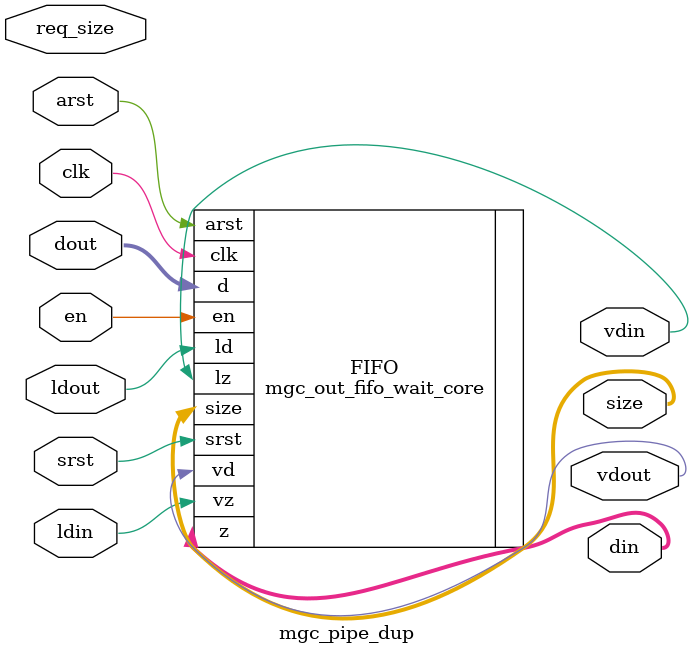
<source format=v>

module mgc_out_reg_pos_dup (clk, en, arst, srst, ld, d, lz, z);

    parameter integer rscid   = 1;
    parameter integer width   = 8;
    parameter         ph_en   =  1'b1;
    parameter         ph_arst =  1'b1;
    parameter         ph_srst =  1'b1;

    input              clk;
    input              en;
    input              arst;
    input              srst;
    input              ld;
    input  [width-1:0] d;
    output             lz;
    output [width-1:0] z;

    reg                lz;
    reg    [width-1:0] z;

    generate
    if (ph_arst == 1'b0)
    begin: NEG_ARST
        always @(posedge clk or negedge arst)
        if (arst == 1'b0)
        begin: B1
            lz <= 1'b0;
            z  <= {width{1'b0}};
        end
        else if (srst == ph_srst)
        begin: B2
            lz <= 1'b0;
            z  <= {width{1'b0}};
        end
        else if (en == ph_en)
        begin: B3
            lz <= ld;
            z  <= (ld) ? d : z;
        end
    end
    else
    begin: POS_ARST
        always @(posedge clk or posedge arst)
        if (arst == 1'b1)
        begin: B1
            lz <= 1'b0;
            z  <= {width{1'b0}};
        end
        else if (srst == ph_srst)
        begin: B2
            lz <= 1'b0;
            z  <= {width{1'b0}};
        end
        else if (en == ph_en)
        begin: B3
            lz <= ld;
            z  <= (ld) ? d : z;
        end
    end
    endgenerate

endmodule

//------------------------------------------------------------------

module mgc_out_reg_neg_dup (clk, en, arst, srst, ld, d, lz, z);

    parameter integer rscid   = 1;
    parameter integer width   = 8;
    parameter         ph_en   =  1'b1;
    parameter         ph_arst =  1'b1;
    parameter         ph_srst =  1'b1;

    input              clk;
    input              en;
    input              arst;
    input              srst;
    input              ld;
    input  [width-1:0] d;
    output             lz;
    output [width-1:0] z;

    reg                lz;
    reg    [width-1:0] z;

    generate
    if (ph_arst == 1'b0)
    begin: NEG_ARST
        always @(negedge clk or negedge arst)
        if (arst == 1'b0)
        begin: B1
            lz <= 1'b0;
            z  <= {width{1'b0}};
        end
        else if (srst == ph_srst)
        begin: B2
            lz <= 1'b0;
            z  <= {width{1'b0}};
        end
        else if (en == ph_en)
        begin: B3
            lz <= ld;
            z  <= (ld) ? d : z;
        end
    end
    else
    begin: POS_ARST
        always @(negedge clk or posedge arst)
        if (arst == 1'b1)
        begin: B1
            lz <= 1'b0;
            z  <= {width{1'b0}};
        end
        else if (srst == ph_srst)
        begin: B2
            lz <= 1'b0;
            z  <= {width{1'b0}};
        end
        else if (en == ph_en)
        begin: B3
            lz <= ld;
            z  <= (ld) ? d : z;
        end
    end
    endgenerate

endmodule

//------------------------------------------------------------------

module mgc_out_reg_dup (clk, en, arst, srst, ld, d, lz, z); // Not Supported

    parameter integer rscid   = 1;
    parameter integer width   = 8;
    parameter         ph_clk  =  1'b1;
    parameter         ph_en   =  1'b1;
    parameter         ph_arst =  1'b1;
    parameter         ph_srst =  1'b1;

    input              clk;
    input              en;
    input              arst;
    input              srst;
    input              ld;
    input  [width-1:0] d;
    output             lz;
    output [width-1:0] z;


    generate
    if (ph_clk == 1'b0)
    begin: NEG_EDGE

        mgc_out_reg_neg
        #(
            .rscid   (rscid),
            .width   (width),
            .ph_en   (ph_en),
            .ph_arst (ph_arst),
            .ph_srst (ph_srst)
        )
        mgc_out_reg_neg_inst
        (
            .clk     (clk),
            .en      (en),
            .arst    (arst),
            .srst    (srst),
            .ld      (ld),
            .d       (d),
            .lz      (lz),
            .z       (z)
        );

    end
    else
    begin: POS_EDGE

        mgc_out_reg_pos
        #(
            .rscid   (rscid),
            .width   (width),
            .ph_en   (ph_en),
            .ph_arst (ph_arst),
            .ph_srst (ph_srst)
        )
        mgc_out_reg_pos_inst
        (
            .clk     (clk),
            .en      (en),
            .arst    (arst),
            .srst    (srst),
            .ld      (ld),
            .d       (d),
            .lz      (lz),
            .z       (z)
        );

    end
    endgenerate

endmodule




//------------------------------------------------------------------

module mgc_out_buf_wait_dup (clk, en, arst, srst, ld, vd, d, vz, lz, z); // Not supported

    parameter integer rscid   = 1;
    parameter integer width   = 8;
    parameter         ph_clk  =  1'b1;
    parameter         ph_en   =  1'b1;
    parameter         ph_arst =  1'b1;
    parameter         ph_srst =  1'b1;

    input              clk;
    input              en;
    input              arst;
    input              srst;
    input              ld;
    output             vd;
    input  [width-1:0] d;
    output             lz;
    input              vz;
    output [width-1:0] z;

    wire               filled;
    wire               filled_next;
    wire   [width-1:0] abuf;
    wire               lbuf;


    assign filled_next = (filled & (~vz)) | (filled & ld) | (ld & (~vz));

    assign lbuf = ld & ~(filled ^ vz);

    assign vd = vz | ~filled;

    assign lz = ld | filled;

    assign z = (filled) ? abuf : d;

    wire dummy;
    wire dummy_bufreg_lz;

    // Output registers:
    mgc_out_reg
    #(
        .rscid   (rscid),
        .width   (1'b1),
        .ph_clk  (ph_clk),
        .ph_en   (ph_en),
        .ph_arst (ph_arst),
        .ph_srst (ph_srst)
    )
    STATREG
    (
        .clk     (clk),
        .en      (en),
        .arst    (arst),
        .srst    (srst),
        .ld      (filled_next),
        .d       (1'b0),       // input d is unused
        .lz      (filled),
        .z       (dummy)            // output z is unused
    );

    mgc_out_reg
    #(
        .rscid   (rscid),
        .width   (width),
        .ph_clk  (ph_clk),
        .ph_en   (ph_en),
        .ph_arst (ph_arst),
        .ph_srst (ph_srst)
    )
    BUFREG
    (
        .clk     (clk),
        .en      (en),
        .arst    (arst),
        .srst    (srst),
        .ld      (lbuf),
        .d       (d),
        .lz      (dummy_bufreg_lz),
        .z       (abuf)
    );

endmodule

//------------------------------------------------------------------

module mgc_out_fifo_wait_dup (clk, en, arst, srst, ld, vd, d, lz, vz,  z);

    parameter integer rscid   = 0; // resource ID
    parameter integer width   = 8; // fifo width
    parameter integer fifo_sz = 8; // fifo depth
    parameter         ph_clk  = 1'b1; // clock polarity 1=rising edge, 0=falling edge
    parameter         ph_en   = 1'b1; // clock enable polarity
    parameter         ph_arst = 1'b1; // async reset polarity
    parameter         ph_srst = 1'b1; // sync reset polarity
    parameter integer ph_log2 = 3; // log2(fifo_sz)
    parameter integer pwropt  = 0; // pwropt


    input                 clk;
    input                 en;
    input                 arst;
    input                 srst;
    input                 ld;    // load data
    output                vd;    // fifo full active low
    input     [width-1:0] d;
    output                lz;    // fifo ready to send
    input                 vz;    // dest ready for data
    output    [width-1:0] z;

    wire    [31:0]      size;


      // Output registers:
 mgc_out_fifo_wait_core#(
        .rscid   (rscid),
        .width   (width),
        .sz_width (32),
        .fifo_sz (fifo_sz),
        .ph_clk  (ph_clk),
        .ph_en   (ph_en),
        .ph_arst (ph_arst),
        .ph_srst (ph_srst),
        .ph_log2 (ph_log2),
        .pwropt  (pwropt)
        ) CORE (
        .clk (clk),
        .en (en),
        .arst (arst),
        .srst (srst),
        .ld (ld),
        .vd (vd),
        .d (d),
        .lz (lz),
        .vz (vz),
        .z (z),
        .size (size)
        );

endmodule



module mgc_out_fifo_wait_core_dup (clk, en, arst, srst, ld, vd, d, lz, vz,  z, size);

    parameter integer rscid   = 0; // resource ID
    parameter integer width   = 8; // fifo width
    parameter integer sz_width = 8; // size of port for elements in fifo
    parameter integer fifo_sz = 8; // fifo depth
    parameter         ph_clk  =  1'b1; // clock polarity 1=rising edge, 0=falling edge
    parameter         ph_en   =  1'b1; // clock enable polarity
    parameter         ph_arst =  1'b1; // async reset polarity
    parameter         ph_srst =  1'b1; // sync reset polarity
    parameter integer ph_log2 = 3; // log2(fifo_sz)
    parameter integer pwropt  = 0; // pwropt

   localparam integer  fifo_b = width * fifo_sz;

    input                 clk;
    input                 en;
    input                 arst;
    input                 srst;
    input                 ld;    // load data
    output                vd;    // fifo full active low
    input     [width-1:0] d;
    output                lz;    // fifo ready to send
    input                 vz;    // dest ready for data
    output    [width-1:0] z;
    output    [sz_width-1:0]      size;

    reg      [( (fifo_sz > 0) ? fifo_sz : 1)-1:0] stat_pre;
    wire     [( (fifo_sz > 0) ? fifo_sz : 1)-1:0] stat;
    reg      [( (fifo_b > 0) ? fifo_b : 1)-1:0] buff_pre;
    wire     [( (fifo_b > 0) ? fifo_b : 1)-1:0] buff;
    reg      [( (fifo_sz > 0) ? fifo_sz : 1)-1:0] en_l;
    reg      [(((fifo_sz > 0) ? fifo_sz : 1)-1)/8:0] en_l_s;

    reg       [width-1:0] buff_nxt;

    reg                   stat_nxt;
    reg                   stat_before;
    reg                   stat_after;
    reg                   en_l_var;

    integer               i;
    genvar                eni;

    wire [32:0]           size_t;
    reg [31:0]            count;
    reg [31:0]            count_t;
    reg [32:0]            n_elem;
// pragma translate_off
    reg [31:0]            peak;
// pragma translate_on

    wire [( (fifo_sz > 0) ? fifo_sz : 1)-1:0] dummy_statreg_lz;
    wire [( (fifo_b > 0) ? fifo_b : 1)-1:0] dummy_bufreg_lz;

    generate
    if ( fifo_sz > 0 )
    begin: FIFO_REG
      assign vd = vz | ~stat[0];
      assign lz = ld | stat[fifo_sz-1];
      assign size_t = (count - (vz && stat[fifo_sz-1])) + ld;
      assign size = size_t[sz_width-1:0];
      assign z = (stat[fifo_sz-1]) ? buff[fifo_b-1:width*(fifo_sz-1)] : d;

      always @(*)
      begin: FIFOPROC
        n_elem = 33'b0;
        for (i = fifo_sz-1; i >= 0; i = i - 1)
        begin
          if (i != 0)
            stat_before = stat[i-1];
          else
            stat_before = 1'b0;

          if (i != (fifo_sz-1))
            stat_after = stat[i+1];
          else
            stat_after = 1'b1;

          stat_nxt = stat_after &
                    (stat_before | (stat[i] & (~vz)) | (stat[i] & ld) | (ld & (~vz)));

          stat_pre[i] = stat_nxt;
          en_l_var = 1'b1;
          if (!stat_nxt)
            begin
              buff_nxt = {width{1'b0}};
              en_l_var = 1'b0;
            end
          else if (vz && stat_before)
            buff_nxt[0+:width] = buff[width*(i-1)+:width];
          else if (ld && !((vz && stat_before) || ((!vz) && stat[i])))
            buff_nxt = d;
          else
            begin
              if (pwropt == 0)
                buff_nxt[0+:width] = buff[width*i+:width];
              else
                buff_nxt = {width{1'b0}};
              en_l_var = 1'b0;
            end

          if (ph_en != 0)
            en_l[i] = en & en_l_var;
          else
            en_l[i] = en | ~en_l_var;

          buff_pre[width*i+:width] = buff_nxt[0+:width];

          if ((stat_after == 1'b1) && (stat[i] == 1'b0))
            n_elem = ($unsigned(fifo_sz) - 1) - i;
        end

        if (ph_en != 0)
          en_l_s[(((fifo_sz > 0) ? fifo_sz : 1)-1)/8] = 1'b1;
        else
          en_l_s[(((fifo_sz > 0) ? fifo_sz : 1)-1)/8] = 1'b0;

        for (i = fifo_sz-1; i >= 7; i = i - 1)
        begin
          if ((i%'d2) == 0)
          begin
            if (ph_en != 0)
              en_l_s[(i/8)-1] = en & (stat[i]|stat_pre[i-1]);
            else
              en_l_s[(i/8)-1] = en | ~(stat[i]|stat_pre[i-1]);
          end
        end

        if ( stat[fifo_sz-1] == 1'b0 )
          count_t = 32'b0;
        else if ( stat[0] == 1'b1 )
          count_t = { {(32-ph_log2){1'b0}}, fifo_sz};
        else
          count_t = n_elem[31:0];
        count = count_t;
// pragma translate_off
        if ( peak < count )
          peak = count;
// pragma translate_on
      end

      if (pwropt == 0)
      begin: NOCGFIFO
        // Output registers:
        mgc_out_reg
        #(
            .rscid   (rscid),
            .width   (fifo_sz),
            .ph_clk  (ph_clk),
            .ph_en   (ph_en),
            .ph_arst (ph_arst),
            .ph_srst (ph_srst)
        )
        STATREG
        (
            .clk     (clk),
            .en      (en),
            .arst    (arst),
            .srst    (srst),
            .ld      (1'b1),
            .d       (stat_pre),
            .lz      (dummy_statreg_lz[0]),
            .z       (stat)
        );
        mgc_out_reg
        #(
            .rscid   (rscid),
            .width   (fifo_b),
            .ph_clk  (ph_clk),
            .ph_en   (ph_en),
            .ph_arst (ph_arst),
            .ph_srst (ph_srst)
        )
        BUFREG
        (
            .clk     (clk),
            .en      (en),
            .arst    (arst),
            .srst    (srst),
            .ld      (1'b1),
            .d       (buff_pre),
            .lz      (dummy_bufreg_lz[0]),
            .z       (buff)
        );
      end
      else
      begin: CGFIFO
        // Output registers:
        if ( pwropt > 1)
        begin: CGSTATFIFO2
          for (eni = fifo_sz-1; eni >= 0; eni = eni - 1)
          begin: pwroptGEN1
            mgc_out_reg
            #(
              .rscid   (rscid),
              .width   (1),
              .ph_clk  (ph_clk),
              .ph_en   (ph_en),
              .ph_arst (ph_arst),
              .ph_srst (ph_srst)
            )
            STATREG
            (
              .clk     (clk),
              .en      (en_l_s[eni/8]),
              .arst    (arst),
              .srst    (srst),
              .ld      (1'b1),
              .d       (stat_pre[eni]),
              .lz      (dummy_statreg_lz[eni]),
              .z       (stat[eni])
            );
          end
        end
        else
        begin: CGSTATFIFO
          mgc_out_reg
          #(
            .rscid   (rscid),
            .width   (fifo_sz),
            .ph_clk  (ph_clk),
            .ph_en   (ph_en),
            .ph_arst (ph_arst),
            .ph_srst (ph_srst)
          )
          STATREG
          (
            .clk     (clk),
            .en      (en),
            .arst    (arst),
            .srst    (srst),
            .ld      (1'b1),
            .d       (stat_pre),
            .lz      (dummy_statreg_lz[0]),
            .z       (stat)
          );
        end
        for (eni = fifo_sz-1; eni >= 0; eni = eni - 1)
        begin: pwroptGEN2
          mgc_out_reg
          #(
            .rscid   (rscid),
            .width   (width),
            .ph_clk  (ph_clk),
            .ph_en   (ph_en),
            .ph_arst (ph_arst),
            .ph_srst (ph_srst)
          )
          BUFREG
          (
            .clk     (clk),
            .en      (en_l[eni]),
            .arst    (arst),
            .srst    (srst),
            .ld      (1'b1),
            .d       (buff_pre[width*eni+:width]),
            .lz      (dummy_bufreg_lz[eni]),
            .z       (buff[width*eni+:width])
          );
        end
      end
    end
    else
    begin: FEED_THRU
      assign vd = vz;
      assign lz = ld;
      assign z = d;
      assign size = ld && !vz;
    end
    endgenerate

endmodule

//------------------------------------------------------------------
//-- PIPE ENTITIES
//------------------------------------------------------------------
/*
 *
 *             _______________________________________________
 * WRITER    |                                               |          READER
 *           |           MGC_PIPE                            |
 *           |           __________________________          |
 *        --<| vdout  --<| vd ---------------  vz<|-----ldin<|---
 *           |           |      FIFO              |          |
 *        ---|>ldout  ---|>ld ---------------- lz |> ---vdin |>--
 *        ---|>dout -----|>d  ---------------- dz |> ----din |>--
 *           |           |________________________|          |
 *           |_______________________________________________|
 */
// two clock pipe
module mgc_pipe_dup (clk, en, arst, srst, ldin, vdin, din, ldout, vdout, dout, size, req_size);

    parameter integer rscid   = 0; // resource ID
    parameter integer width   = 8; // fifo width
    parameter integer sz_width = 8; // width of size of elements in fifo
    parameter integer fifo_sz = 8; // fifo depth
    parameter integer log2_sz = 3; // log2(fifo_sz)
    parameter         ph_clk  = 1'b1;  // clock polarity 1=rising edge, 0=falling edge
    parameter         ph_en   = 1'b1;  // clock enable polarity
    parameter         ph_arst = 1'b1;  // async reset polarity
    parameter         ph_srst = 1'b1;  // sync reset polarity
    parameter integer pwropt  = 0; // pwropt

    input              clk;
    input              en;
    input              arst;
    input              srst;
    input              ldin;
    output             vdin;
    output [width-1:0] din;
    input              ldout;
    output             vdout;
    input  [width-1:0] dout;
    output [sz_width-1:0]      size;
    input              req_size;


    mgc_out_fifo_wait_core
    #(
        .rscid    (rscid),
        .width    (width),
        .sz_width (sz_width),
        .fifo_sz  (fifo_sz),
        .ph_clk   (ph_clk),
        .ph_en    (ph_en),
        .ph_arst  (ph_arst),
        .ph_srst  (ph_srst),
        .ph_log2  (log2_sz),
        .pwropt   (pwropt)
    )
    FIFO
    (
        .clk     (clk),
        .en      (en),
        .arst    (arst),
        .srst    (srst),
        .ld      (ldout),
        .vd      (vdout),
        .d       (dout),
        .lz      (vdin),
        .vz      (ldin),
        .z       (din),
        .size    (size)
    );

endmodule


</source>
